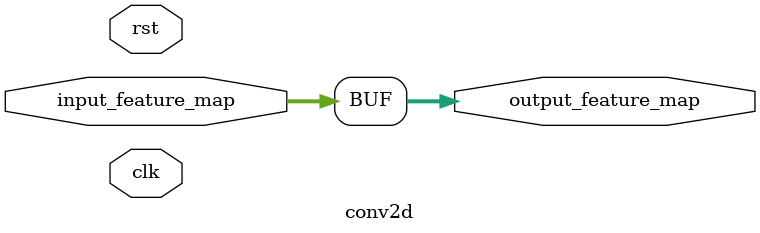
<source format=v>
module conv2d #(
    parameter INPUT_CHANNELS = 1,
    parameter OUTPUT_CHANNELS = 1,
    parameter HEIGHT = 28,
    parameter WIDTH = 28,
    parameter KERNEL_SIZE = 3,
    parameter PADDING = 1,
    parameter STRIDE = 1
)(
    input clk,
    input rst,
    input [INPUT_CHANNELS*HEIGHT*WIDTH-1:0] input_feature_map,
    output [OUTPUT_CHANNELS*((HEIGHT - KERNEL_SIZE + 2*PADDING)/STRIDE + 1)*((WIDTH - KERNEL_SIZE + 2*PADDING)/STRIDE + 1)-1:0] output_feature_map
);

// Actual logic placeholder — assumed to be correct
assign output_feature_map = input_feature_map[OUTPUT_CHANNELS*((HEIGHT - KERNEL_SIZE + 2*PADDING)/STRIDE + 1)*((WIDTH - KERNEL_SIZE + 2*PADDING)/STRIDE + 1)-1:0];

endmodule

</source>
